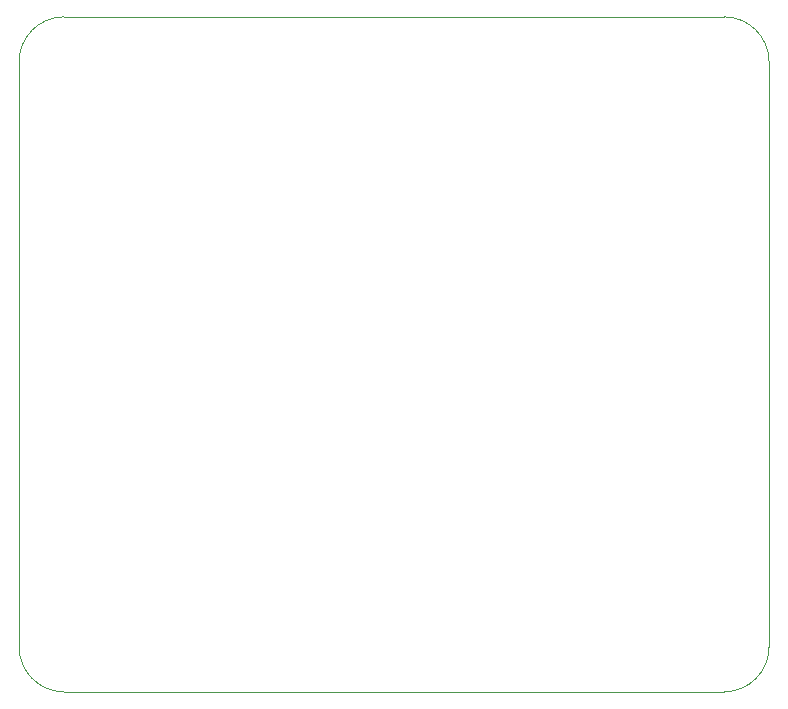
<source format=gbr>
G04 #@! TF.GenerationSoftware,KiCad,Pcbnew,5.1.5*
G04 #@! TF.CreationDate,2020-06-01T19:40:44-04:00*
G04 #@! TF.ProjectId,circuit,63697263-7569-4742-9e6b-696361645f70,rev?*
G04 #@! TF.SameCoordinates,Original*
G04 #@! TF.FileFunction,Profile,NP*
%FSLAX46Y46*%
G04 Gerber Fmt 4.6, Leading zero omitted, Abs format (unit mm)*
G04 Created by KiCad (PCBNEW 5.1.5) date 2020-06-01 19:40:44*
%MOMM*%
%LPD*%
G04 APERTURE LIST*
%ADD10C,0.050000*%
G04 APERTURE END LIST*
D10*
X143510000Y-66040000D02*
G75*
G02X147320000Y-69850000I0J-3810000D01*
G01*
X83820000Y-69850000D02*
G75*
G02X87630000Y-66040000I3810000J0D01*
G01*
X87630000Y-123190000D02*
G75*
G02X83820000Y-119380000I0J3810000D01*
G01*
X147320000Y-119380000D02*
G75*
G02X143510000Y-123190000I-3810000J0D01*
G01*
X87630000Y-66040000D02*
X143510000Y-66040000D01*
X83820000Y-119380000D02*
X83820000Y-69850000D01*
X143510000Y-123190000D02*
X87630000Y-123190000D01*
X147320000Y-69850000D02*
X147320000Y-119380000D01*
M02*

</source>
